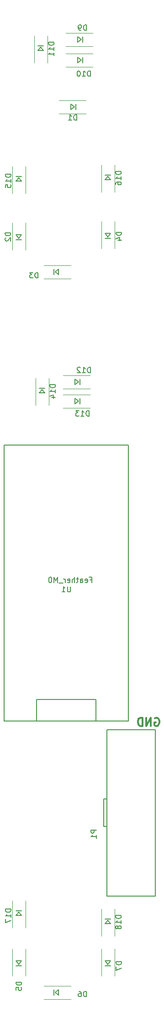
<source format=gbr>
G04 #@! TF.FileFunction,Legend,Bot*
%FSLAX46Y46*%
G04 Gerber Fmt 4.6, Leading zero omitted, Abs format (unit mm)*
G04 Created by KiCad (PCBNEW 4.0.4+e1-6308~48~ubuntu14.04.1-stable) date Thu Sep  7 12:23:15 2017*
%MOMM*%
%LPD*%
G01*
G04 APERTURE LIST*
%ADD10C,0.100000*%
%ADD11C,0.300000*%
%ADD12C,0.150000*%
G04 APERTURE END LIST*
D10*
D11*
X130892857Y-131500000D02*
X131035714Y-131428571D01*
X131250000Y-131428571D01*
X131464285Y-131500000D01*
X131607143Y-131642857D01*
X131678571Y-131785714D01*
X131750000Y-132071429D01*
X131750000Y-132285714D01*
X131678571Y-132571429D01*
X131607143Y-132714286D01*
X131464285Y-132857143D01*
X131250000Y-132928571D01*
X131107143Y-132928571D01*
X130892857Y-132857143D01*
X130821428Y-132785714D01*
X130821428Y-132285714D01*
X131107143Y-132285714D01*
X130178571Y-132928571D02*
X130178571Y-131428571D01*
X129321428Y-132928571D01*
X129321428Y-131428571D01*
X128607142Y-132928571D02*
X128607142Y-131428571D01*
X128249999Y-131428571D01*
X128035714Y-131500000D01*
X127892856Y-131642857D01*
X127821428Y-131785714D01*
X127749999Y-132071429D01*
X127749999Y-132285714D01*
X127821428Y-132571429D01*
X127892856Y-132714286D01*
X128035714Y-132857143D01*
X128249999Y-132928571D01*
X128607142Y-132928571D01*
D12*
X122000000Y-151540000D02*
X121420000Y-151540000D01*
X121420000Y-151540000D02*
X121420000Y-146460000D01*
X121420000Y-146460000D02*
X122000000Y-146460000D01*
X122000000Y-164360000D02*
X122000000Y-133640000D01*
X122000000Y-133640000D02*
X131000000Y-133640000D01*
X131000000Y-133640000D02*
X131000000Y-164360000D01*
X131000000Y-164360000D02*
X122000000Y-164360000D01*
X109000000Y-132030000D02*
X109000000Y-128070000D01*
X109000000Y-128070000D02*
X120000000Y-128070000D01*
X120000000Y-128070000D02*
X120000000Y-132030000D01*
X103000000Y-81030000D02*
X103000000Y-132030000D01*
X103000000Y-132030000D02*
X126000000Y-132030000D01*
X126000000Y-132030000D02*
X126000000Y-81030000D01*
X126000000Y-81030000D02*
X103000000Y-81030000D01*
X122722000Y-177245000D02*
X121706000Y-177245000D01*
X122214000Y-176991000D02*
X122722000Y-176356000D01*
X122722000Y-176356000D02*
X121706000Y-176356000D01*
X121706000Y-176356000D02*
X122214000Y-176991000D01*
D10*
X120964000Y-179110000D02*
X120964000Y-174110000D01*
X123464000Y-179110000D02*
X123464000Y-174110000D01*
D12*
X121706000Y-168609000D02*
X122722000Y-168609000D01*
X122214000Y-168863000D02*
X121706000Y-169498000D01*
X121706000Y-169498000D02*
X122722000Y-169498000D01*
X122722000Y-169498000D02*
X122214000Y-168863000D01*
D10*
X123464000Y-166744000D02*
X123464000Y-171744000D01*
X120964000Y-166744000D02*
X120964000Y-171744000D01*
D12*
X112181000Y-182706000D02*
X112181000Y-181690000D01*
X112435000Y-182198000D02*
X113070000Y-182706000D01*
X113070000Y-182706000D02*
X113070000Y-181690000D01*
X113070000Y-181690000D02*
X112435000Y-182198000D01*
D10*
X110316000Y-180948000D02*
X115316000Y-180948000D01*
X110316000Y-183448000D02*
X115316000Y-183448000D01*
D12*
X105196000Y-167085000D02*
X106212000Y-167085000D01*
X105704000Y-167339000D02*
X105196000Y-167974000D01*
X105196000Y-167974000D02*
X106212000Y-167974000D01*
X106212000Y-167974000D02*
X105704000Y-167339000D01*
D10*
X106954000Y-165220000D02*
X106954000Y-170220000D01*
X104454000Y-165220000D02*
X104454000Y-170220000D01*
D12*
X106212000Y-177245000D02*
X105196000Y-177245000D01*
X105704000Y-176991000D02*
X106212000Y-176356000D01*
X106212000Y-176356000D02*
X105196000Y-176356000D01*
X105196000Y-176356000D02*
X105704000Y-176991000D01*
D10*
X104454000Y-179110000D02*
X104454000Y-174110000D01*
X106954000Y-179110000D02*
X106954000Y-174110000D01*
D12*
X117007000Y-72470000D02*
X117007000Y-73486000D01*
X116753000Y-72978000D02*
X116118000Y-72470000D01*
X116118000Y-72470000D02*
X116118000Y-73486000D01*
X116118000Y-73486000D02*
X116753000Y-72978000D01*
D10*
X118872000Y-74228000D02*
X113872000Y-74228000D01*
X118872000Y-71728000D02*
X113872000Y-71728000D01*
D12*
X109514000Y-70565000D02*
X110530000Y-70565000D01*
X110022000Y-70819000D02*
X109514000Y-71454000D01*
X109514000Y-71454000D02*
X110530000Y-71454000D01*
X110530000Y-71454000D02*
X110022000Y-70819000D01*
D10*
X111272000Y-68700000D02*
X111272000Y-73700000D01*
X108772000Y-68700000D02*
X108772000Y-73700000D01*
D12*
X117007000Y-68914000D02*
X117007000Y-69930000D01*
X116753000Y-69422000D02*
X116118000Y-68914000D01*
X116118000Y-68914000D02*
X116118000Y-69930000D01*
X116118000Y-69930000D02*
X116753000Y-69422000D01*
D10*
X118872000Y-70672000D02*
X113872000Y-70672000D01*
X118872000Y-68172000D02*
X113872000Y-68172000D01*
D12*
X112181000Y-49610000D02*
X112181000Y-48594000D01*
X112435000Y-49102000D02*
X113070000Y-49610000D01*
X113070000Y-49610000D02*
X113070000Y-48594000D01*
X113070000Y-48594000D02*
X112435000Y-49102000D01*
D10*
X110316000Y-47852000D02*
X115316000Y-47852000D01*
X110316000Y-50352000D02*
X115316000Y-50352000D01*
D12*
X122722000Y-42879000D02*
X121706000Y-42879000D01*
X122214000Y-42625000D02*
X122722000Y-41990000D01*
X122722000Y-41990000D02*
X121706000Y-41990000D01*
X121706000Y-41990000D02*
X122214000Y-42625000D01*
D10*
X120964000Y-44744000D02*
X120964000Y-39744000D01*
X123464000Y-44744000D02*
X123464000Y-39744000D01*
D12*
X106212000Y-43133000D02*
X105196000Y-43133000D01*
X105704000Y-42879000D02*
X106212000Y-42244000D01*
X106212000Y-42244000D02*
X105196000Y-42244000D01*
X105196000Y-42244000D02*
X105704000Y-42879000D01*
D10*
X104454000Y-44998000D02*
X104454000Y-39998000D01*
X106954000Y-44998000D02*
X106954000Y-39998000D01*
D12*
X121706000Y-31195000D02*
X122722000Y-31195000D01*
X122214000Y-31449000D02*
X121706000Y-32084000D01*
X121706000Y-32084000D02*
X122722000Y-32084000D01*
X122722000Y-32084000D02*
X122214000Y-31449000D01*
D10*
X123464000Y-29330000D02*
X123464000Y-34330000D01*
X120964000Y-29330000D02*
X120964000Y-34330000D01*
D12*
X105196000Y-31449000D02*
X106212000Y-31449000D01*
X105704000Y-31703000D02*
X105196000Y-32338000D01*
X105196000Y-32338000D02*
X106212000Y-32338000D01*
X106212000Y-32338000D02*
X105704000Y-31703000D01*
D10*
X106954000Y-29584000D02*
X106954000Y-34584000D01*
X104454000Y-29584000D02*
X104454000Y-34584000D01*
D12*
X117515000Y-5668000D02*
X117515000Y-6684000D01*
X117261000Y-6176000D02*
X116626000Y-5668000D01*
X116626000Y-5668000D02*
X116626000Y-6684000D01*
X116626000Y-6684000D02*
X117261000Y-6176000D01*
D10*
X119380000Y-7426000D02*
X114380000Y-7426000D01*
X119380000Y-4926000D02*
X114380000Y-4926000D01*
D12*
X117515000Y-9478000D02*
X117515000Y-10494000D01*
X117261000Y-9986000D02*
X116626000Y-9478000D01*
X116626000Y-9478000D02*
X116626000Y-10494000D01*
X116626000Y-10494000D02*
X117261000Y-9986000D01*
D10*
X119380000Y-11236000D02*
X114380000Y-11236000D01*
X119380000Y-8736000D02*
X114380000Y-8736000D01*
D12*
X109260000Y-7319000D02*
X110276000Y-7319000D01*
X109768000Y-7573000D02*
X109260000Y-8208000D01*
X109260000Y-8208000D02*
X110276000Y-8208000D01*
X110276000Y-8208000D02*
X109768000Y-7573000D01*
D10*
X111018000Y-5454000D02*
X111018000Y-10454000D01*
X108518000Y-5454000D02*
X108518000Y-10454000D01*
D12*
X116245000Y-18114000D02*
X116245000Y-19130000D01*
X115991000Y-18622000D02*
X115356000Y-18114000D01*
X115356000Y-18114000D02*
X115356000Y-19130000D01*
X115356000Y-19130000D02*
X115991000Y-18622000D01*
D10*
X118110000Y-19872000D02*
X113110000Y-19872000D01*
X118110000Y-17372000D02*
X113110000Y-17372000D01*
D12*
X120078381Y-152169905D02*
X119078381Y-152169905D01*
X119078381Y-152550858D01*
X119126000Y-152646096D01*
X119173619Y-152693715D01*
X119268857Y-152741334D01*
X119411714Y-152741334D01*
X119506952Y-152693715D01*
X119554571Y-152646096D01*
X119602190Y-152550858D01*
X119602190Y-152169905D01*
X120078381Y-153693715D02*
X120078381Y-153122286D01*
X120078381Y-153408000D02*
X119078381Y-153408000D01*
X119221238Y-153312762D01*
X119316476Y-153217524D01*
X119364095Y-153122286D01*
X115261905Y-107202381D02*
X115261905Y-108011905D01*
X115214286Y-108107143D01*
X115166667Y-108154762D01*
X115071429Y-108202381D01*
X114880952Y-108202381D01*
X114785714Y-108154762D01*
X114738095Y-108107143D01*
X114690476Y-108011905D01*
X114690476Y-107202381D01*
X113690476Y-108202381D02*
X114261905Y-108202381D01*
X113976191Y-108202381D02*
X113976191Y-107202381D01*
X114071429Y-107345238D01*
X114166667Y-107440476D01*
X114261905Y-107488095D01*
X118892857Y-105928571D02*
X119226191Y-105928571D01*
X119226191Y-106452381D02*
X119226191Y-105452381D01*
X118750000Y-105452381D01*
X117988095Y-106404762D02*
X118083333Y-106452381D01*
X118273810Y-106452381D01*
X118369048Y-106404762D01*
X118416667Y-106309524D01*
X118416667Y-105928571D01*
X118369048Y-105833333D01*
X118273810Y-105785714D01*
X118083333Y-105785714D01*
X117988095Y-105833333D01*
X117940476Y-105928571D01*
X117940476Y-106023810D01*
X118416667Y-106119048D01*
X117083333Y-106452381D02*
X117083333Y-105928571D01*
X117130952Y-105833333D01*
X117226190Y-105785714D01*
X117416667Y-105785714D01*
X117511905Y-105833333D01*
X117083333Y-106404762D02*
X117178571Y-106452381D01*
X117416667Y-106452381D01*
X117511905Y-106404762D01*
X117559524Y-106309524D01*
X117559524Y-106214286D01*
X117511905Y-106119048D01*
X117416667Y-106071429D01*
X117178571Y-106071429D01*
X117083333Y-106023810D01*
X116750000Y-105785714D02*
X116369048Y-105785714D01*
X116607143Y-105452381D02*
X116607143Y-106309524D01*
X116559524Y-106404762D01*
X116464286Y-106452381D01*
X116369048Y-106452381D01*
X116035714Y-106452381D02*
X116035714Y-105452381D01*
X115607142Y-106452381D02*
X115607142Y-105928571D01*
X115654761Y-105833333D01*
X115749999Y-105785714D01*
X115892857Y-105785714D01*
X115988095Y-105833333D01*
X116035714Y-105880952D01*
X114749999Y-106404762D02*
X114845237Y-106452381D01*
X115035714Y-106452381D01*
X115130952Y-106404762D01*
X115178571Y-106309524D01*
X115178571Y-105928571D01*
X115130952Y-105833333D01*
X115035714Y-105785714D01*
X114845237Y-105785714D01*
X114749999Y-105833333D01*
X114702380Y-105928571D01*
X114702380Y-106023810D01*
X115178571Y-106119048D01*
X114273809Y-106452381D02*
X114273809Y-105785714D01*
X114273809Y-105976190D02*
X114226190Y-105880952D01*
X114178571Y-105833333D01*
X114083333Y-105785714D01*
X113988094Y-105785714D01*
X113892856Y-106547619D02*
X113130951Y-106547619D01*
X112892856Y-106452381D02*
X112892856Y-105452381D01*
X112559522Y-106166667D01*
X112226189Y-105452381D01*
X112226189Y-106452381D01*
X111559523Y-105452381D02*
X111464284Y-105452381D01*
X111369046Y-105500000D01*
X111321427Y-105547619D01*
X111273808Y-105642857D01*
X111226189Y-105833333D01*
X111226189Y-106071429D01*
X111273808Y-106261905D01*
X111321427Y-106357143D01*
X111369046Y-106404762D01*
X111464284Y-106452381D01*
X111559523Y-106452381D01*
X111654761Y-106404762D01*
X111702380Y-106357143D01*
X111749999Y-106261905D01*
X111797618Y-106071429D01*
X111797618Y-105833333D01*
X111749999Y-105642857D01*
X111702380Y-105547619D01*
X111654761Y-105500000D01*
X111559523Y-105452381D01*
X124702381Y-176511905D02*
X123702381Y-176511905D01*
X123702381Y-176750000D01*
X123750000Y-176892858D01*
X123845238Y-176988096D01*
X123940476Y-177035715D01*
X124130952Y-177083334D01*
X124273810Y-177083334D01*
X124464286Y-177035715D01*
X124559524Y-176988096D01*
X124654762Y-176892858D01*
X124702381Y-176750000D01*
X124702381Y-176511905D01*
X123702381Y-177416667D02*
X123702381Y-178083334D01*
X124702381Y-177654762D01*
X124650381Y-167949714D02*
X123650381Y-167949714D01*
X123650381Y-168187809D01*
X123698000Y-168330667D01*
X123793238Y-168425905D01*
X123888476Y-168473524D01*
X124078952Y-168521143D01*
X124221810Y-168521143D01*
X124412286Y-168473524D01*
X124507524Y-168425905D01*
X124602762Y-168330667D01*
X124650381Y-168187809D01*
X124650381Y-167949714D01*
X124650381Y-169473524D02*
X124650381Y-168902095D01*
X124650381Y-169187809D02*
X123650381Y-169187809D01*
X123793238Y-169092571D01*
X123888476Y-168997333D01*
X123936095Y-168902095D01*
X124078952Y-170044952D02*
X124031333Y-169949714D01*
X123983714Y-169902095D01*
X123888476Y-169854476D01*
X123840857Y-169854476D01*
X123745619Y-169902095D01*
X123698000Y-169949714D01*
X123650381Y-170044952D01*
X123650381Y-170235429D01*
X123698000Y-170330667D01*
X123745619Y-170378286D01*
X123840857Y-170425905D01*
X123888476Y-170425905D01*
X123983714Y-170378286D01*
X124031333Y-170330667D01*
X124078952Y-170235429D01*
X124078952Y-170044952D01*
X124126571Y-169949714D01*
X124174190Y-169902095D01*
X124269429Y-169854476D01*
X124459905Y-169854476D01*
X124555143Y-169902095D01*
X124602762Y-169949714D01*
X124650381Y-170044952D01*
X124650381Y-170235429D01*
X124602762Y-170330667D01*
X124555143Y-170378286D01*
X124459905Y-170425905D01*
X124269429Y-170425905D01*
X124174190Y-170378286D01*
X124126571Y-170330667D01*
X124078952Y-170235429D01*
X118238095Y-182952381D02*
X118238095Y-181952381D01*
X118000000Y-181952381D01*
X117857142Y-182000000D01*
X117761904Y-182095238D01*
X117714285Y-182190476D01*
X117666666Y-182380952D01*
X117666666Y-182523810D01*
X117714285Y-182714286D01*
X117761904Y-182809524D01*
X117857142Y-182904762D01*
X118000000Y-182952381D01*
X118238095Y-182952381D01*
X116809523Y-181952381D02*
X117000000Y-181952381D01*
X117095238Y-182000000D01*
X117142857Y-182047619D01*
X117238095Y-182190476D01*
X117285714Y-182380952D01*
X117285714Y-182761905D01*
X117238095Y-182857143D01*
X117190476Y-182904762D01*
X117095238Y-182952381D01*
X116904761Y-182952381D01*
X116809523Y-182904762D01*
X116761904Y-182857143D01*
X116714285Y-182761905D01*
X116714285Y-182523810D01*
X116761904Y-182428571D01*
X116809523Y-182380952D01*
X116904761Y-182333333D01*
X117095238Y-182333333D01*
X117190476Y-182380952D01*
X117238095Y-182428571D01*
X117285714Y-182523810D01*
X104202381Y-166785714D02*
X103202381Y-166785714D01*
X103202381Y-167023809D01*
X103250000Y-167166667D01*
X103345238Y-167261905D01*
X103440476Y-167309524D01*
X103630952Y-167357143D01*
X103773810Y-167357143D01*
X103964286Y-167309524D01*
X104059524Y-167261905D01*
X104154762Y-167166667D01*
X104202381Y-167023809D01*
X104202381Y-166785714D01*
X104202381Y-168309524D02*
X104202381Y-167738095D01*
X104202381Y-168023809D02*
X103202381Y-168023809D01*
X103345238Y-167928571D01*
X103440476Y-167833333D01*
X103488095Y-167738095D01*
X103202381Y-168642857D02*
X103202381Y-169309524D01*
X104202381Y-168880952D01*
X106202381Y-180261905D02*
X105202381Y-180261905D01*
X105202381Y-180500000D01*
X105250000Y-180642858D01*
X105345238Y-180738096D01*
X105440476Y-180785715D01*
X105630952Y-180833334D01*
X105773810Y-180833334D01*
X105964286Y-180785715D01*
X106059524Y-180738096D01*
X106154762Y-180642858D01*
X106202381Y-180500000D01*
X106202381Y-180261905D01*
X105202381Y-181738096D02*
X105202381Y-181261905D01*
X105678571Y-181214286D01*
X105630952Y-181261905D01*
X105583333Y-181357143D01*
X105583333Y-181595239D01*
X105630952Y-181690477D01*
X105678571Y-181738096D01*
X105773810Y-181785715D01*
X106011905Y-181785715D01*
X106107143Y-181738096D01*
X106154762Y-181690477D01*
X106202381Y-181595239D01*
X106202381Y-181357143D01*
X106154762Y-181261905D01*
X106107143Y-181214286D01*
X118714286Y-75702381D02*
X118714286Y-74702381D01*
X118476191Y-74702381D01*
X118333333Y-74750000D01*
X118238095Y-74845238D01*
X118190476Y-74940476D01*
X118142857Y-75130952D01*
X118142857Y-75273810D01*
X118190476Y-75464286D01*
X118238095Y-75559524D01*
X118333333Y-75654762D01*
X118476191Y-75702381D01*
X118714286Y-75702381D01*
X117190476Y-75702381D02*
X117761905Y-75702381D01*
X117476191Y-75702381D02*
X117476191Y-74702381D01*
X117571429Y-74845238D01*
X117666667Y-74940476D01*
X117761905Y-74988095D01*
X116857143Y-74702381D02*
X116238095Y-74702381D01*
X116571429Y-75083333D01*
X116428571Y-75083333D01*
X116333333Y-75130952D01*
X116285714Y-75178571D01*
X116238095Y-75273810D01*
X116238095Y-75511905D01*
X116285714Y-75607143D01*
X116333333Y-75654762D01*
X116428571Y-75702381D01*
X116714286Y-75702381D01*
X116809524Y-75654762D01*
X116857143Y-75607143D01*
X112458381Y-69905714D02*
X111458381Y-69905714D01*
X111458381Y-70143809D01*
X111506000Y-70286667D01*
X111601238Y-70381905D01*
X111696476Y-70429524D01*
X111886952Y-70477143D01*
X112029810Y-70477143D01*
X112220286Y-70429524D01*
X112315524Y-70381905D01*
X112410762Y-70286667D01*
X112458381Y-70143809D01*
X112458381Y-69905714D01*
X112458381Y-71429524D02*
X112458381Y-70858095D01*
X112458381Y-71143809D02*
X111458381Y-71143809D01*
X111601238Y-71048571D01*
X111696476Y-70953333D01*
X111744095Y-70858095D01*
X111791714Y-72286667D02*
X112458381Y-72286667D01*
X111410762Y-72048571D02*
X112125048Y-71810476D01*
X112125048Y-72429524D01*
X118964286Y-67702381D02*
X118964286Y-66702381D01*
X118726191Y-66702381D01*
X118583333Y-66750000D01*
X118488095Y-66845238D01*
X118440476Y-66940476D01*
X118392857Y-67130952D01*
X118392857Y-67273810D01*
X118440476Y-67464286D01*
X118488095Y-67559524D01*
X118583333Y-67654762D01*
X118726191Y-67702381D01*
X118964286Y-67702381D01*
X117440476Y-67702381D02*
X118011905Y-67702381D01*
X117726191Y-67702381D02*
X117726191Y-66702381D01*
X117821429Y-66845238D01*
X117916667Y-66940476D01*
X118011905Y-66988095D01*
X117059524Y-66797619D02*
X117011905Y-66750000D01*
X116916667Y-66702381D01*
X116678571Y-66702381D01*
X116583333Y-66750000D01*
X116535714Y-66797619D01*
X116488095Y-66892857D01*
X116488095Y-66988095D01*
X116535714Y-67130952D01*
X117107143Y-67702381D01*
X116488095Y-67702381D01*
X109238095Y-50202381D02*
X109238095Y-49202381D01*
X109000000Y-49202381D01*
X108857142Y-49250000D01*
X108761904Y-49345238D01*
X108714285Y-49440476D01*
X108666666Y-49630952D01*
X108666666Y-49773810D01*
X108714285Y-49964286D01*
X108761904Y-50059524D01*
X108857142Y-50154762D01*
X109000000Y-50202381D01*
X109238095Y-50202381D01*
X108333333Y-49202381D02*
X107714285Y-49202381D01*
X108047619Y-49583333D01*
X107904761Y-49583333D01*
X107809523Y-49630952D01*
X107761904Y-49678571D01*
X107714285Y-49773810D01*
X107714285Y-50011905D01*
X107761904Y-50107143D01*
X107809523Y-50154762D01*
X107904761Y-50202381D01*
X108190476Y-50202381D01*
X108285714Y-50154762D01*
X108333333Y-50107143D01*
X124702381Y-41761905D02*
X123702381Y-41761905D01*
X123702381Y-42000000D01*
X123750000Y-42142858D01*
X123845238Y-42238096D01*
X123940476Y-42285715D01*
X124130952Y-42333334D01*
X124273810Y-42333334D01*
X124464286Y-42285715D01*
X124559524Y-42238096D01*
X124654762Y-42142858D01*
X124702381Y-42000000D01*
X124702381Y-41761905D01*
X124035714Y-43190477D02*
X124702381Y-43190477D01*
X123654762Y-42952381D02*
X124369048Y-42714286D01*
X124369048Y-43333334D01*
X104172381Y-41839905D02*
X103172381Y-41839905D01*
X103172381Y-42078000D01*
X103220000Y-42220858D01*
X103315238Y-42316096D01*
X103410476Y-42363715D01*
X103600952Y-42411334D01*
X103743810Y-42411334D01*
X103934286Y-42363715D01*
X104029524Y-42316096D01*
X104124762Y-42220858D01*
X104172381Y-42078000D01*
X104172381Y-41839905D01*
X103267619Y-42792286D02*
X103220000Y-42839905D01*
X103172381Y-42935143D01*
X103172381Y-43173239D01*
X103220000Y-43268477D01*
X103267619Y-43316096D01*
X103362857Y-43363715D01*
X103458095Y-43363715D01*
X103600952Y-43316096D01*
X104172381Y-42744667D01*
X104172381Y-43363715D01*
X124650381Y-30535714D02*
X123650381Y-30535714D01*
X123650381Y-30773809D01*
X123698000Y-30916667D01*
X123793238Y-31011905D01*
X123888476Y-31059524D01*
X124078952Y-31107143D01*
X124221810Y-31107143D01*
X124412286Y-31059524D01*
X124507524Y-31011905D01*
X124602762Y-30916667D01*
X124650381Y-30773809D01*
X124650381Y-30535714D01*
X124650381Y-32059524D02*
X124650381Y-31488095D01*
X124650381Y-31773809D02*
X123650381Y-31773809D01*
X123793238Y-31678571D01*
X123888476Y-31583333D01*
X123936095Y-31488095D01*
X123650381Y-32916667D02*
X123650381Y-32726190D01*
X123698000Y-32630952D01*
X123745619Y-32583333D01*
X123888476Y-32488095D01*
X124078952Y-32440476D01*
X124459905Y-32440476D01*
X124555143Y-32488095D01*
X124602762Y-32535714D01*
X124650381Y-32630952D01*
X124650381Y-32821429D01*
X124602762Y-32916667D01*
X124555143Y-32964286D01*
X124459905Y-33011905D01*
X124221810Y-33011905D01*
X124126571Y-32964286D01*
X124078952Y-32916667D01*
X124031333Y-32821429D01*
X124031333Y-32630952D01*
X124078952Y-32535714D01*
X124126571Y-32488095D01*
X124221810Y-32440476D01*
X104202381Y-31035714D02*
X103202381Y-31035714D01*
X103202381Y-31273809D01*
X103250000Y-31416667D01*
X103345238Y-31511905D01*
X103440476Y-31559524D01*
X103630952Y-31607143D01*
X103773810Y-31607143D01*
X103964286Y-31559524D01*
X104059524Y-31511905D01*
X104154762Y-31416667D01*
X104202381Y-31273809D01*
X104202381Y-31035714D01*
X104202381Y-32559524D02*
X104202381Y-31988095D01*
X104202381Y-32273809D02*
X103202381Y-32273809D01*
X103345238Y-32178571D01*
X103440476Y-32083333D01*
X103488095Y-31988095D01*
X103202381Y-33464286D02*
X103202381Y-32988095D01*
X103678571Y-32940476D01*
X103630952Y-32988095D01*
X103583333Y-33083333D01*
X103583333Y-33321429D01*
X103630952Y-33416667D01*
X103678571Y-33464286D01*
X103773810Y-33511905D01*
X104011905Y-33511905D01*
X104107143Y-33464286D01*
X104154762Y-33416667D01*
X104202381Y-33321429D01*
X104202381Y-33083333D01*
X104154762Y-32988095D01*
X104107143Y-32940476D01*
X118238095Y-4452381D02*
X118238095Y-3452381D01*
X118000000Y-3452381D01*
X117857142Y-3500000D01*
X117761904Y-3595238D01*
X117714285Y-3690476D01*
X117666666Y-3880952D01*
X117666666Y-4023810D01*
X117714285Y-4214286D01*
X117761904Y-4309524D01*
X117857142Y-4404762D01*
X118000000Y-4452381D01*
X118238095Y-4452381D01*
X117190476Y-4452381D02*
X117000000Y-4452381D01*
X116904761Y-4404762D01*
X116857142Y-4357143D01*
X116761904Y-4214286D01*
X116714285Y-4023810D01*
X116714285Y-3642857D01*
X116761904Y-3547619D01*
X116809523Y-3500000D01*
X116904761Y-3452381D01*
X117095238Y-3452381D01*
X117190476Y-3500000D01*
X117238095Y-3547619D01*
X117285714Y-3642857D01*
X117285714Y-3880952D01*
X117238095Y-3976190D01*
X117190476Y-4023810D01*
X117095238Y-4071429D01*
X116904761Y-4071429D01*
X116809523Y-4023810D01*
X116761904Y-3976190D01*
X116714285Y-3880952D01*
X118964286Y-12952381D02*
X118964286Y-11952381D01*
X118726191Y-11952381D01*
X118583333Y-12000000D01*
X118488095Y-12095238D01*
X118440476Y-12190476D01*
X118392857Y-12380952D01*
X118392857Y-12523810D01*
X118440476Y-12714286D01*
X118488095Y-12809524D01*
X118583333Y-12904762D01*
X118726191Y-12952381D01*
X118964286Y-12952381D01*
X117440476Y-12952381D02*
X118011905Y-12952381D01*
X117726191Y-12952381D02*
X117726191Y-11952381D01*
X117821429Y-12095238D01*
X117916667Y-12190476D01*
X118011905Y-12238095D01*
X116821429Y-11952381D02*
X116726190Y-11952381D01*
X116630952Y-12000000D01*
X116583333Y-12047619D01*
X116535714Y-12142857D01*
X116488095Y-12333333D01*
X116488095Y-12571429D01*
X116535714Y-12761905D01*
X116583333Y-12857143D01*
X116630952Y-12904762D01*
X116726190Y-12952381D01*
X116821429Y-12952381D01*
X116916667Y-12904762D01*
X116964286Y-12857143D01*
X117011905Y-12761905D01*
X117059524Y-12571429D01*
X117059524Y-12333333D01*
X117011905Y-12142857D01*
X116964286Y-12047619D01*
X116916667Y-12000000D01*
X116821429Y-11952381D01*
X112204381Y-6659714D02*
X111204381Y-6659714D01*
X111204381Y-6897809D01*
X111252000Y-7040667D01*
X111347238Y-7135905D01*
X111442476Y-7183524D01*
X111632952Y-7231143D01*
X111775810Y-7231143D01*
X111966286Y-7183524D01*
X112061524Y-7135905D01*
X112156762Y-7040667D01*
X112204381Y-6897809D01*
X112204381Y-6659714D01*
X112204381Y-8183524D02*
X112204381Y-7612095D01*
X112204381Y-7897809D02*
X111204381Y-7897809D01*
X111347238Y-7802571D01*
X111442476Y-7707333D01*
X111490095Y-7612095D01*
X112204381Y-9135905D02*
X112204381Y-8564476D01*
X112204381Y-8850190D02*
X111204381Y-8850190D01*
X111347238Y-8754952D01*
X111442476Y-8659714D01*
X111490095Y-8564476D01*
X116428095Y-21058381D02*
X116428095Y-20058381D01*
X116190000Y-20058381D01*
X116047142Y-20106000D01*
X115951904Y-20201238D01*
X115904285Y-20296476D01*
X115856666Y-20486952D01*
X115856666Y-20629810D01*
X115904285Y-20820286D01*
X115951904Y-20915524D01*
X116047142Y-21010762D01*
X116190000Y-21058381D01*
X116428095Y-21058381D01*
X114904285Y-21058381D02*
X115475714Y-21058381D01*
X115190000Y-21058381D02*
X115190000Y-20058381D01*
X115285238Y-20201238D01*
X115380476Y-20296476D01*
X115475714Y-20344095D01*
M02*

</source>
